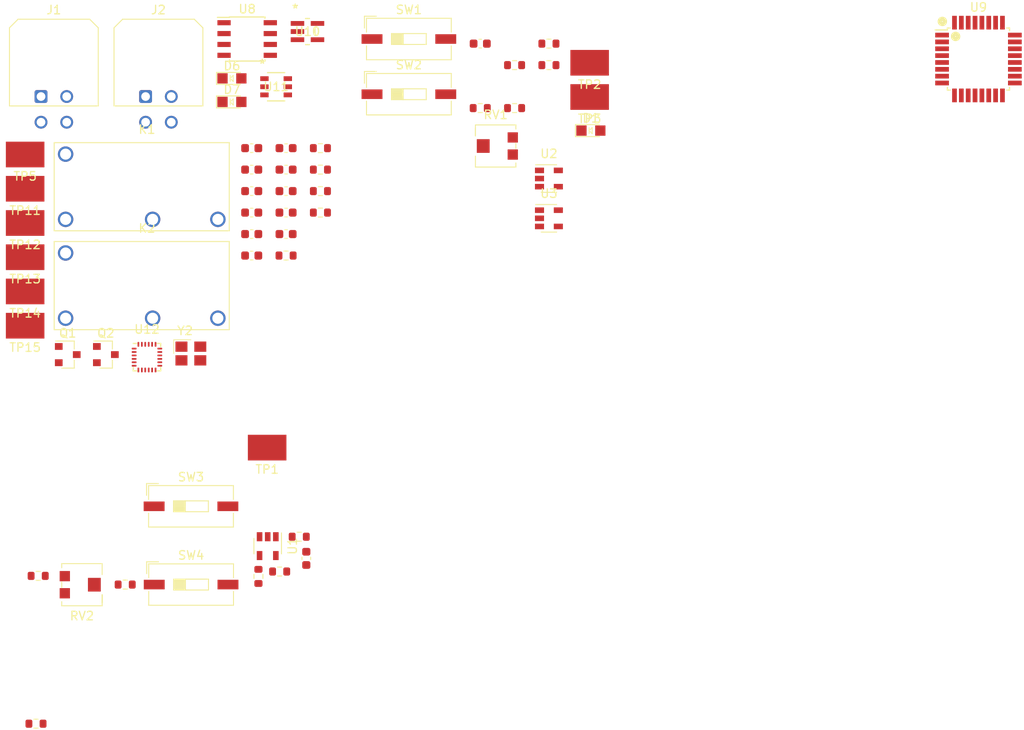
<source format=kicad_pcb>
(kicad_pcb (version 20221018) (generator pcbnew)
  (layers (0 "F.Cu" signal) (31 "B.Cu" signal) (34 "B.Paste" user) (35 "F.Paste" user) (36 "B.SilkS" user "B.Silkscreen") (37 "F.SilkS" user "F.Silkscreen") (38 "B.Mask" user) (39 "F.Mask" user) (44 "Edge.Cuts" user))
  (net 0 "")
  (net 1 "Net-(U3-+)")
  (net 2 "GND")
  (net 3 "Net-(U3--)")
  (net 4 "Net-(U9-(PCINT25{slash}OC0B{slash}XTAL1)PE1)")
  (net 5 "Net-(U9-(PCINT26{slash}ADC0{slash}XTAL2)PE2)")
  (net 6 "/+5V")
  (net 7 "Net-(U9-AVCC)")
  (net 8 "/VCC")
  (net 9 "/1.9V")
  (net 10 "/TempRelayOut")
  (net 11 "Net-(D1-A)")
  (net 12 "Net-(D6-K)")
  (net 13 "Net-(D7-K)")
  (net 14 "/CAN+")
  (net 15 "/CAN-")
  (net 16 "/SHDN_IN")
  (net 17 "/SHDN_OUT")
  (net 18 "/A")
  (net 19 "/B")
  (net 20 "Net-(K1-Pad3)")
  (net 21 "/A_SHDN")
  (net 22 "/T_SHDN")
  (net 23 "/analog1/+5V")
  (net 24 "Net-(R1-Pad2)")
  (net 25 "Net-(R2-Pad2)")
  (net 26 "Net-(R3-Pad1)")
  (net 27 "Net-(R3-Pad2)")
  (net 28 "Net-(R4-Pad1)")
  (net 29 "Net-(R4-Pad2)")
  (net 30 "Net-(U1--)")
  (net 31 "Net-(U2--)")
  (net 32 "Net-(R7-Pad2)")
  (net 33 "Net-(R10-Pad1)")
  (net 34 "/analog1/A_Output")
  (net 35 "/RESET")
  (net 36 "/analog1/A")
  (net 37 "Net-(U2-+)")
  (net 38 "/analog1/B")
  (net 39 "Net-(U1-+)")
  (net 40 "/MOSI")
  (net 41 "/MISO")
  (net 42 "/CAN_RX")
  (net 43 "/CAN_TX")
  (net 46 "/CS_IMU")
  (net 47 "/CS_Temp")
  (net 52 "/INT")
  (net 59 "/A_Output")
  (net 60 "/SCK")
  (footprint "OEM:R_0603" (layer "F.Cu") (at 76.896 109.49)
    (fp_text reference "R6" hide)
    (fp_text value "R_1K" hide)
    (pad "1" smd roundrect (at -0.825 0) (size 0.8 0.95) (layers "F.Cu" "F.Paste" "F.Mask") (net 2 "GND"))
    (pad "2" smd roundrect (at 0.825 0) (size 0.8 0.95) (layers "F.Cu" "F.Paste" "F.Mask") (net 31 "Net-(U2--)"))
  )
  (footprint "footprints:LED_0805_OEM" (layer "F.Cu") (at 43.896 113.79)
    (fp_text reference "D7" (at 0 -1.45) (layer "F.SilkS"))
    (fp_text value "LED_0805" hide)
    (pad "1" smd rect (at -1.1 0 180) (size 1.2 1.2) (layers "F.Cu" "F.Paste" "F.Mask") (net 13 "Net-(D7-K)"))
    (pad "2" smd rect (at 1.1 0 180) (size 1.2 1.2) (layers "F.Cu" "F.Paste" "F.Mask") (net 9 "/1.9V"))
  )
  (footprint "footprints:SOT-23F" (layer "F.Cu") (at 29.176 143.31)
    (fp_text reference "Q2" (at 0 -2.5) (layer "F.SilkS"))
    (fp_text value "SSM3K333R" hide)
    (pad "1" smd rect (at -1.05 -0.95) (size 0.9 0.8) (layers "F.Cu" "F.Paste" "F.Mask") (net 22 "/T_SHDN"))
    (pad "2" smd rect (at -1.05 0.95) (size 0.9 0.8) (layers "F.Cu" "F.Paste" "F.Mask") (net 2 "GND"))
    (pad "3" smd rect (at 1.05 0) (size 0.9 0.8) (layers "F.Cu" "F.Paste" "F.Mask") (net 6 "/+5V"))
  )
  (footprint "OEM:R_0603" (layer "F.Cu") (at 54.226 126.72)
    (fp_text reference "R22" hide)
    (fp_text value "R_1K" hide)
    (pad "1" smd roundrect (at -0.825 0) (size 0.8 0.95) (layers "F.Cu" "F.Paste" "F.Mask") (net 13 "Net-(D7-K)"))
    (pad "2" smd roundrect (at 0.825 0) (size 0.8 0.95) (layers "F.Cu" "F.Paste" "F.Mask") (net 2 "GND"))
  )
  (footprint "OEM:R_0603" (layer "F.Cu") (at 72.886 114.51)
    (fp_text reference "R3" hide)
    (fp_text value "R_1K" hide)
    (pad "1" smd roundrect (at -0.825 0) (size 0.8 0.95) (layers "F.Cu" "F.Paste" "F.Mask") (net 26 "Net-(R3-Pad1)"))
    (pad "2" smd roundrect (at 0.825 0) (size 0.8 0.95) (layers "F.Cu" "F.Paste" "F.Mask") (net 27 "Net-(R3-Pad2)"))
  )
  (footprint "OEM:R_0603" (layer "F.Cu") (at 80.906 106.98)
    (fp_text reference "R10" hide)
    (fp_text value "R_15K" hide)
    (pad "1" smd roundrect (at -0.825 0) (size 0.8 0.95) (layers "F.Cu" "F.Paste" "F.Mask") (net 33 "Net-(R10-Pad1)"))
    (pad "2" smd roundrect (at 0.825 0) (size 0.8 0.95) (layers "F.Cu" "F.Paste" "F.Mask") (net 3 "Net-(U3--)"))
  )
  (footprint "OEM:C_0603" (layer "F.Cu") (at 50.216 121.7)
    (fp_text reference "C20" hide)
    (fp_text value "C_0.1uF" hide)
    (pad "1" smd roundrect (at -0.775 0) (size 0.9 0.95) (layers "F.Cu" "F.Paste" "F.Mask") (net 2 "GND"))
    (pad "2" smd roundrect (at 0.775 0) (size 0.9 0.95) (layers "F.Cu" "F.Paste" "F.Mask") (net 9 "/1.9V"))
  )
  (footprint "footprints:SOT-23-5_OEM" (layer "F.Cu") (at 48.072 165.692 -90)
    (fp_text reference "U1" (at 0 -2.9 90) (layer "F.SilkS"))
    (fp_text value "MCP6001" hide)
    (pad "1" smd rect (at -1.1 -0.95 270) (size 1.06 0.65) (layers "F.Cu" "F.Paste" "F.Mask") (net 32 "Net-(R7-Pad2)"))
    (pad "2" smd rect (at -1.1 0 270) (size 1.06 0.65) (layers "F.Cu" "F.Paste" "F.Mask") (net 2 "GND"))
    (pad "3" smd rect (at -1.1 0.95 270) (size 1.06 0.65) (layers "F.Cu" "F.Paste" "F.Mask") (net 39 "Net-(U1-+)"))
    (pad "4" smd rect (at 1.1 0.95 270) (size 1.06 0.65) (layers "F.Cu" "F.Paste" "F.Mask") (net 30 "Net-(U1--)"))
    (pad "5" smd rect (at 1.1 -0.95 270) (size 1.06 0.65) (layers "F.Cu" "F.Paste" "F.Mask") (net 23 "/analog1/+5V"))
  )
  (footprint "footprints:Potentiometer_Trimmer_Bourns_TCC3" (layer "F.Cu") (at 74.686 118.94)
    (fp_text reference "RV1" (at 0 -3.65) (layer "F.SilkS"))
    (fp_text value "R_Potentiometer")
    (pad "1" smd rect (at 2 1) (size 1.2 1.2) (layers "F.Cu" "F.Mask") (net 24 "Net-(R1-Pad2)"))
    (pad "2" smd rect (at -1.45 0) (size 1.5 1.6) (layers "F.Cu" "F.Mask") (net 26 "Net-(R3-Pad1)"))
    (pad "3" smd rect (at 2 -1) (size 1.2 1.2) (layers "F.Cu" "F.Mask") (net 2 "GND"))
  )
  (footprint "footprints:Test_Point_SMD" (layer "F.Cu") (at 85.661 109.215)
    (fp_text reference "TP2" (at 0 2.54) (layer "F.SilkS"))
    (fp_text value "TP_SMD")
    (pad "1" smd rect (at 0 0) (size 4.5 3) (layers "F.Cu" "F.Paste" "F.Mask") (net 37 "Net-(U2-+)"))
  )
  (footprint "OEM:R_0603" (layer "F.Cu") (at 21.273 169.164)
    (fp_text reference "R2" hide)
    (fp_text value "R_1K" hide)
    (pad "1" smd roundrect (at -0.825 0) (size 0.8 0.95) (layers "F.Cu" "F.Paste" "F.Mask") (net 23 "/analog1/+5V"))
    (pad "2" smd roundrect (at 0.825 0) (size 0.8 0.95) (layers "F.Cu" "F.Paste" "F.Mask") (net 25 "Net-(R2-Pad2)"))
  )
  (footprint "OEM:R_0603" (layer "F.Cu") (at 49.467 168.656)
    (fp_text reference "R7" hide)
    (fp_text value "R_1K" hide)
    (pad "1" smd roundrect (at -0.825 0) (size 0.8 0.95) (layers "F.Cu" "F.Paste" "F.Mask") (net 30 "Net-(U1--)"))
    (pad "2" smd roundrect (at 0.825 0) (size 0.8 0.95) (layers "F.Cu" "F.Paste" "F.Mask") (net 32 "Net-(R7-Pad2)"))
  )
  (footprint "footprints:SOT-23-5_OEM" (layer "F.Cu") (at 80.906 122.74)
    (fp_text reference "U2" (at 0 -2.9) (layer "F.SilkS"))
    (fp_text value "MCP6001" hide)
    (pad "1" smd rect (at -1.1 -0.95) (size 1.06 0.65) (layers "F.Cu" "F.Paste" "F.Mask") (net 33 "Net-(R10-Pad1)"))
    (pad "2" smd rect (at -1.1 0) (size 1.06 0.65) (layers "F.Cu" "F.Paste" "F.Mask") (net 2 "GND"))
    (pad "3" smd rect (at -1.1 0.95) (size 1.06 0.65) (layers "F.Cu" "F.Paste" "F.Mask") (net 37 "Net-(U2-+)"))
    (pad "4" smd rect (at 1.1 0.95) (size 1.06 0.65) (layers "F.Cu" "F.Paste" "F.Mask") (net 31 "Net-(U2--)"))
    (pad "5" smd rect (at 1.1 -0.95) (size 1.06 0.65) (layers "F.Cu" "F.Paste" "F.Mask") (net 23 "/analog1/+5V"))
  )
  (footprint "Button_Switch_SMD:SW_DIP_SPSTx01_Slide_9.78x4.72mm_W8.61mm_P2.54mm" (layer "F.Cu") (at 64.556 112.89)
    (fp_text reference "SW2" (at 0 -3.42) (layer "F.SilkS"))
    (fp_text value "SW_DIP_x01")
    (pad "1" smd rect (at -4.305 0) (size 2.44 1.12) (layers "F.Cu" "F.Paste" "F.Mask") (net 27 "Net-(R3-Pad2)"))
    (pad "2" smd rect (at 4.305 0) (size 2.44 1.12) (layers "F.Cu" "F.Paste" "F.Mask") (net 37 "Net-(U2-+)"))
  )
  (footprint "footprints:SOT-23F" (layer "F.Cu") (at 24.726 143.31)
    (fp_text reference "Q1" (at 0 -2.5) (layer "F.SilkS"))
    (fp_text value "SSM3K333R" hide)
    (pad "1" smd rect (at -1.05 -0.95) (size 0.9 0.8) (layers "F.Cu" "F.Paste" "F.Mask") (net 21 "/A_SHDN"))
    (pad "2" smd rect (at -1.05 0.95) (size 0.9 0.8) (layers "F.Cu" "F.Paste" "F.Mask") (net 2 "GND"))
    (pad "3" smd rect (at 1.05 0) (size 0.9 0.8) (layers "F.Cu" "F.Paste" "F.Mask") (net 6 "/+5V"))
  )
  (footprint "footprints:Test_Point_SMD" (layer "F.Cu") (at 19.751 135.935)
    (fp_text reference "TP14" (at 0 2.54) (layer "F.SilkS"))
    (fp_text value "TP_SMD")
    (pad "1" smd rect (at 0 0) (size 4.5 3) (layers "F.Cu" "F.Paste" "F.Mask") (net 22 "/T_SHDN"))
  )
  (footprint "footprints:Relay_SPST_OMRON-G5Q-1A4_OEM" (layer "F.Cu") (at 24.476 127.51)
    (fp_text reference "K1" (at 9.5 -10.5 180) (layer "F.SilkS"))
    (fp_text value "G5Q-1A4-DC5-5V" hide)
    (pad "1" thru_hole circle (at 0 0 180) (size 1.8 1.8) (drill 1.3) (layers "*.Cu" "*.Mask") (net 6 "/+5V"))
    (pad "2" thru_hole circle (at 10.16 0 180) (size 1.8 1.8) (drill 1.3) (layers "*.Cu" "*.Mask") (net 16 "/SHDN_IN"))
    (pad "3" thru_hole circle (at 17.78 0 180) (size 1.8 1.8) (drill 1.3) (layers "*.Cu" "*.Mask") (net 20 "Net-(K1-Pad3)"))
    (pad "5" thru_hole circle (at 0 -7.62 180) (size 1.8 1.8) (drill 1.3) (layers "*.Cu" "*.Mask") (net 6 "/+5V"))
  )
  (footprint "OEM:C_0603" (layer "F.Cu") (at 50.216 126.72)
    (fp_text reference "C22" hide)
    (fp_text value "C_0.1uF" hide)
    (pad "1" smd roundrect (at -0.775 0) (size 0.9 0.95) (layers "F.Cu" "F.Paste" "F.Mask") (net 2 "GND"))
    (pad "2" smd roundrect (at 0.775 0) (size 0.9 0.95) (layers "F.Cu" "F.Paste" "F.Mask") (net 10 "/TempRelayOut"))
  )
  (footprint "footprints:Test_Point_SMD" (layer "F.Cu") (at 19.751 127.935)
    (fp_text reference "TP12" (at 0 2.54) (layer "F.SilkS"))
    (fp_text value "TP_SMD")
    (pad "1" smd rect (at 0 0) (size 4.5 3) (layers "F.Cu" "F.Paste" "F.Mask") (net 8 "/VCC"))
  )
  (footprint "OEM:C_0603" (layer "F.Cu") (at 46.206 131.74)
    (fp_text reference "C18" hide)
    (fp_text value "C_0.1uF" hide)
    (pad "1" smd roundrect (at -0.775 0) (size 0.9 0.95) (layers "F.Cu" "F.Paste" "F.Mask") (net 2 "GND"))
    (pad "2" smd roundrect (at 0.775 0) (size 0.9 0.95) (layers "F.Cu" "F.Paste" "F.Mask") (net 8 "/VCC"))
  )
  (footprint "footprints:Test_Point_SMD" (layer "F.Cu") (at 19.751 123.935)
    (fp_text reference "TP11" (at 0 2.54) (layer "F.SilkS"))
    (fp_text value "TP_SMD")
    (pad "1" smd rect (at 0 0) (size 4.5 3) (layers "F.Cu" "F.Paste" "F.Mask") (net 41 "/MISO"))
  )
  (footprint "footprints:LED_0805_OEM" (layer "F.Cu") (at 85.806 117.14)
    (fp_text reference "D1" (at 0 -1.45) (layer "F.SilkS"))
    (fp_text value "1.9V" hide)
    (pad "1" smd rect (at -1.1 0 180) (size 1.2 1.2) (layers "F.Cu" "F.Paste" "F.Mask") (net 2 "GND"))
    (pad "2" smd rect (at 1.1 0 180) (size 1.2 1.2) (layers "F.Cu" "F.Paste" "F.Mask") (net 11 "Net-(D1-A)"))
  )
  (footprint "OEM:R_0603" (layer "F.Cu") (at 54.226 124.21)
    (fp_text reference "R21" hide)
    (fp_text value "R_1K" hide)
    (pad "1" smd roundrect (at -0.825 0) (size 0.8 0.95) (layers "F.Cu" "F.Paste" "F.Mask") (net 12 "Net-(D6-K)"))
    (pad "2" smd roundrect (at 0.825 0) (size 0.8 0.95) (layers "F.Cu" "F.Paste" "F.Mask") (net 2 "GND"))
  )
  (footprint "OEM:C_0603" (layer "F.Cu") (at 50.216 119.19)
    (fp_text reference "C19" hide)
    (fp_text value "C_0.1uF" hide)
    (pad "1" smd roundrect (at -0.775 0) (size 0.9 0.95) (layers "F.Cu" "F.Paste" "F.Mask") (net 2 "GND"))
    (pad "2" smd roundrect (at 0.775 0) (size 0.9 0.95) (layers "F.Cu" "F.Paste" "F.Mask") (net 9 "/1.9V"))
  )
  (footprint "footprints:Test_Point_SMD" (layer "F.Cu") (at 48.006 154.178)
    (fp_text reference "TP1" (at 0 2.54) (layer "F.SilkS"))
    (fp_text value "TP_SMD")
    (pad "1" smd rect (at 0 0) (size 4.5 3) (layers "F.Cu" "F.Paste" "F.Mask") (net 39 "Net-(U1-+)"))
  )
  (footprint "footprints:TLV70019DDCR" (layer "F.Cu") (at 52.717 105.5692)
    (fp_text reference "U10" (at 0 0 unlocked) (layer "F.SilkS"))
    (fp_text value "TLV70019DDCR")
    (fp_text user "*" (at -1.4224 -2.6518) (layer "F.SilkS"))
    (fp_text user "*" (at -1.4224 -2.6518 unlocked) (layer "F.SilkS"))
    (pad "1" smd rect (at -1.1684 -0.950001) (size 1.5748 0.5588) (layers "F.Cu" "F.Paste" "F.Mask") (net 8 "/VCC"))
    (pad "2" smd rect (at -1.1684 0) (size 1.5748 0.5588) (layers "F.Cu" "F.Paste" "F.Mask") (net 2 "GND"))
    (pad "3" smd rect (at -1.1684 0.950001) (size 1.5748 0.5588) (layers "F.Cu" "F.Paste" "F.Mask") (net 8 "/VCC"))
    (pad "4" smd rect (at 1.1684 0.950001) (size 1.5748 0.5588) (layers "F.Cu" "F.Paste" "F.Mask"))
    (pad "5" smd rect (at 1.1684 -0.950001) (size 1.5748 0.5588) (layers "F.Cu" "F.Paste" "F.Mask") (net 9 "/1.9V"))
  )
  (footprint "footprints:Potentiometer_Trimmer_Bourns_TCC3" (layer "F.Cu") (at 26.384 170.196 180)
    (fp_text reference "RV2" (at 0 -3.65) (layer "F.SilkS"))
    (fp_text value "R_Potentiometer")
    (pad "1" smd rect (at 2 1 180) (size 1.2 1.2) (layers "F.Cu" "F.Mask") (net 25 "Net-(R2-Pad2)"))
    (pad "2" smd rect (at -1.45 0 180) (size 1.5 1.6) (layers "F.Cu" "F.Mask") (net 28 "Net-(R4-Pad1)"))
    (pad "3" smd rect (at 2 -1 180) (size 1.2 1.2) (layers "F.Cu" "F.Mask") (net 2 "GND"))
  )
  (footprint "OEM:R_0603" (layer "F.Cu") (at 46.99 169.227 90)
    (fp_text reference "R5" hide)
    (fp_text value "R_1K" hide)
    (pad "1" smd roundrect (at -0.825 0 90) (size 0.8 0.95) (layers "F.Cu" "F.Paste" "F.Mask") (net 2 "GND"))
    (pad "2" smd roundrect (at 0.825 0 90) (size 0.8 0.95) (layers "F.Cu" "F.Paste" "F.Mask") (net 30 "Net-(U1--)"))
  )
  (footprint "OEM:C_0603" (layer "F.Cu") (at 72.886 106.98)
    (fp_text reference "C2" hide)
    (fp_text value "C_1uF" hide)
    (pad "1" smd roundrect (at -0.775 0) (size 0.9 0.95) (layers "F.Cu" "F.Paste" "F.Mask") (net 3 "Net-(U3--)"))
    (pad "2" smd roundrect (at 0.775 0) (size 0.9 0.95) (layers "F.Cu" "F.Paste" "F.Mask") (net 2 "GND"))
  )
  (footprint "OEM:R_0603" (layer "F.Cu") (at 54.226 121.7)
    (fp_text reference "R20" hide)
    (fp_text value "R_100" hide)
    (pad "1" smd roundrect (at -0.825 0) (size 0.8 0.95) (layers "F.Cu" "F.Paste" "F.Mask") (net 8 "/VCC"))
    (pad "2" smd roundrect (at 0.825 0) (size 0.8 0.95) (layers "F.Cu" "F.Paste" "F.Mask") (net 7 "Net-(U9-AVCC)"))
  )
  (footprint "OEM:R_0603" (layer "F.Cu") (at 50.216 131.74)
    (fp_text reference "R18" hide)
    (fp_text value "R_10K" hide)
    (pad "1" smd roundrect (at -0.825 0) (size 0.8 0.95) (layers "F.Cu" "F.Paste" "F.Mask") (net 6 "/+5V"))
    (pad "2" smd roundrect (at 0.825 0) (size 0.8 0.95) (layers "F.Cu" "F.Paste" "F.Mask") (net 35 "/RESET"))
  )
  (footprint "footprints:LED_0805_OEM" (layer "F.Cu") (at 43.896 111.04)
    (fp_text reference "D6" (at 0 -1.45) (layer "F.SilkS"))
    (fp_text value "LED_0805" hide)
    (pad "1" smd rect (at -1.1 0 180) (size 1.2 1.2) (layers "F.Cu" "F.Paste" "F.Mask") (net 12 "Net-(D6-K)"))
    (pad "2" smd rect (at 1.1 0 180) (size 1.2 1.2) (layers "F.Cu" "F.Paste" "F.Mask") (net 6 "/+5V"))
  )
  (footprint "footprints:MicroFit_RA_4" (layer "F.Cu") (at 33.816 113.16)
    (fp_text reference "J2" (at 1.5 -10.12) (layer "F.SilkS"))
    (fp_text value "MicroFit_RA_4")
    (pad "" np_thru_hole circle (at 1.5 -4.32) (size 3 3) (drill 3) (layers "*.Cu" "*.Mask"))
    (pad "1" thru_hole roundrect (at 0 0) (size 1.5 1.5) (drill 1.02) (layers "*.Cu" "*.Mask") (roundrect_rratio 0.166667) (net 16 "/SHDN_IN"))
    (pad "2" thru_hole circle (at 3 0) (size 1.5 1.5) (drill 1.02) (layers "*.Cu" "*.Mask") (net 17 "/SHDN_OUT"))
    (pad "3" thru_hole circle (at 0 3) (size 1.5 1.5) (drill 1.02) (layers "*.Cu" "*.Mask") (net 18 "/A"))
    (pad "4" thru_hole circle (at 3 3) (size 1.5 1.5) (drill 1.02) (layers "*.Cu" "*.Mask") (net 19 "/B"))
  )
  (footprint "OEM:C_0603" (layer "F.Cu") (at 46.206 119.19)
    (fp_text reference "C13" hide)
    (fp_text value "C_30pF" hide)
    (pad "1" smd roundrect (at -0.775 0) (size 0.9 0.95) (layers "F.Cu" "F.Paste" "F.Mask") (net 4 "Net-(U9-(PCINT25{slash}OC0B{slash}XTAL1)PE1)"))
    (pad "2" smd roundrect (at 0.775 0) (size 0.9 0.95) (layers "F.Cu" "F.Paste" "F.Mask") (net 2 "GND"))
  )
  (footprint "footprints:Test_Point_SMD" (layer "F.Cu") (at 19.751 131.935)
    (fp_text reference "TP13" (at 0 2.54) (layer "F.SilkS"))
    (fp_text value "TP_SMD")
    (pad "1" smd rect (at 0 0) (size 4.5 3) (layers "F.Cu" "F.Paste" "F.Mask") (net 21 "/A_SHDN"))
  )
  (footprint "OEM:R_0603" (layer "F.Cu") (at 21.019 186.436)
    (fp_text reference "R1" hide)
    (fp_text value "R_1K" hide)
    (pad "1" smd roundrect (at -0.825 0) (size 0.8 0.95) (layers "F.Cu" "F.Paste" "F.Mask") (net 23 "/analog1/+5V"))
    (pad "2" smd roundrect (at 0.825 0) (size 0.8 0.95) (layers "F.Cu" "F.Paste" "F.Mask") (net 24 "Net-(R1-Pad2)"))
  )
  (footprint "OEM:C_0603" (layer "F.Cu") (at 50.216 124.21)
    (fp_text reference "C21" hide)
    (fp_text value "C_0.1uF" hide)
    (pad "1" smd roundrect (at -0.775 0) (size 0.9 0.95) (layers "F.Cu" "F.Paste" "F.Mask") (net 2 "GND"))
    (pad "2" smd roundrect (at 0.775 0) (size 0.9 0.95) (layers "F.Cu" "F.Paste" "F.Mask") (net 9 "/1.9V"))
  )
  (footprint "Button_Switch_SMD:SW_DIP_SPSTx01_Slide_9.78x4.72mm_W8.61mm_P2.54mm" (layer "F.Cu") (at 64.556 106.44)
    (fp_text reference "SW1" (at 0 -3.42) (layer "F.SilkS"))
    (fp_text value "SW_DIP_x01")
    (pad "1" smd rect (at -4.305 0) (size 2.44 1.12) (layers "F.Cu" "F.Paste" "F.Mask") (net 36 "/analog1/A"))
    (pad "2" smd rect (at 4.305 0) (size 2.44 1.12) (layers "F.Cu" "F.Paste" "F.Mask") (net 37 "Net-(U2-+)"))
  )
  (footprint "footprints:SOT-23-5_OEM" (layer "F.Cu") (at 80.906 127.39)
    (fp_text reference "U3" (at 0 -2.9) (layer "F.SilkS"))
    (fp_text value "MCP6001" hide)
    (pad "1" smd rect (at -1.1 -0.95) (size 1.06 0.65) (layers "F.Cu" "F.Paste" "F.Mask") (net 34 "/analog1/A_Output"))
    (pad "2" smd rect (at -1.1 0) (size 1.06 0.65) (layers "F.Cu" "F.Paste" "F.Mask") (net 2 "GND"))
    (pad "3" smd rect (at -1.1 0.95) (size 1.06 0.65) (layers "F.Cu" "F.Paste" "F.Mask") (net 1 "Net-(U3-+)"))
    (pad "4" smd rect (at 1.1 0.95) (size 1.06 0.65) (layers "F.Cu" "F.Paste" "F.Mask") (net 3 "Net-(U3--)"))
    (pad "5" smd rect (at 1.1 -0.95) (size 1.06 0.65) (layers "F.Cu" "F.Paste" "F.Mask") (net 23 "/analog1/+5V"))
  )
  (footprint "footprints:Crystal_SMD_FA238" (layer "F.Cu") (at 39.101 143.185)
    (fp_text reference "Y2" (at -0.67564 -2.66192) (layer "F.SilkS"))
    (fp_text value "Crystal_SMD" hide)
    (pad "1" smd rect (at -1.1 0.8) (size 1.4 1.2) (layers "F.Cu" "F.Mask") (net 5 "Net-(U9-(PCINT26{slash}ADC0{slash}XTAL2)PE2)"))
    (pad "2" smd rect (at 1.1 0.8) (size 1.4 1.2) (layers "F.Cu" "F.Mask") (net 2 "GND"))
    (pad "3" smd rect (at 1.1 -0.8) (size 1.4 1.2) (layers "F.Cu" "F.Mask") (net 4 "Net-(U9-(PCINT25{slash}OC0B{slash}XTAL1)PE1)"))
    (pad "4" smd rect (at -1.1 -0.8) (size 1.4 1.2) (layers "F.Cu" "F.Mask") (net 2 "GND"))
  )
  (footprint "footprints:SOIC-8_3.9x4.9mm_Pitch1.27mm_OEM" (layer "F.Cu") (at 45.676 106.44)
    (fp_text reference "U8" (at 0 -3.5) (layer "F.SilkS"))
    (fp_text value "MCP2561-E_SN" hide)
    (pad "1" smd rect (at -2.7 -1.905) (size 1.55 0.6) (layers "F.Cu" "F.Paste" "F.Mask") (net 42 "/CAN_RX"))
    (pad "2" smd rect (at -2.7 -0.635) (size 1.55 0.6) (layers "F.Cu" "F.Paste" "F.Mask") (net 2 "GND"))
    (pad "3" smd rect (at -2.7 0.635) (size 1.55 0.6) (layers "F.Cu" "F.Paste" "F.Mask") (net 6 "/+5V"))
    (pad "4" smd rect (at -2.7 1.905) (size 1.55 0.6) (layers "F.Cu" "F.Paste" "F.Mask") (net 43 "/CAN_TX"))
    (pad "5" smd rect (at 2.7 1.905) (size 1.55 0.6) (layers "F.Cu" "F.Paste" "F.Mask"))
    (pad "6" smd rect (at 2.7 0.635) (size 1.55 0.6) (layers "F.Cu" "F.Paste" "F.Mask") (net 15 "/CAN-"))
    (pad "7" smd rect (at 2.7 -0.635) (size 1.55 0.6) (layers "F.Cu" "F.Paste" "F.Mask") (net 14 "/CAN+"))
    (pad "8" smd rect (at 2.7 -1.905) (size 1.55 0.6) (layers "F.Cu" "F.Paste" "F.Mask") (net 2 "GND"))
  )
  (footprint "OEM:C_0603" (layer "F.Cu") (at 52.578 167.119 -90)
    (fp_text reference "C1" hide)
    (fp_text value "C_1uF" hide)
    (pad "1" smd roundrect (at -0.775 0 270) (size 0.9 0.95) (layers "F.Cu" "F.Paste" "F.Mask") (net 1 "Net-(U3-+)"))
    (pad "2" smd roundrect (at 0.775 0 270) (size 0.9 0.95) (layers "F.Cu" "F.Paste" "F.Mask") (net 2 "GND"))
  )
  (footprint "OEM:R_0603" (layer "F.Cu") (at 51.753 164.592)
    (fp_text reference "R9" hide)
    (fp_text value "R_15K" hide)
    (pad "1" smd roundrect (at -0.825 0) (size 0.8 0.95) (layers "F.Cu" "F.Paste" "F.Mask") (net 32 "Net-(R7-Pad2)"))
    (pad "2" smd roundrect (at 0.825 0) (size 0.8 0.95) (layers "F.Cu" "F.Paste" "F.Mask") (net 1 "Net-(U3-+)"))
  )
  (footprint "footprints:TMP127EDBVRQ1" (layer "F.Cu") (at 49.0554 112.0192)
    (fp_text reference "U11" (at 0 0 unlocked) (layer "F.SilkS"))
    (fp_text value "TMP127EDBVRQ1")
    (fp_text user "*" (at -1.61925 -2.6518) (layer "F.SilkS"))
    (fp_text user "*" (at -1.61925 -2.6518 unlocked) (layer "F.SilkS"))
    (pad "1" smd rect (at -1.36525 -0.950001) (size 0.9779 0.5588) (layers "F.Cu" "F.Paste" "F.Mask") (net 47 "/CS_Temp"))
    (pad "2" smd rect (at -1.36525 0) (size 0.9779 0.5588) (layers "F.Cu" "F.Paste" "F.Mask") (net 2 "GND"))
    (pad "3" smd rect (at -1.36525 0.950001) (size 0.9779 0.5588) (layers "F.Cu" "F.Paste" "F.Mask") (net 41 "/MISO"))
    (pad "4" smd rect (at 1.36525 0.950001) (size 0.9779 0.5588) (layers "F.Cu" "F.Paste" "F.Mask") (net 60 "/SCK"))
    (pad "5" smd rect (at 1.36525 0) (size 0.9779 0.5588) (layers "F.Cu" "F.Paste" "F.Mask"))
    (pad "6" smd rect (at 1.36525 -0.950001) (size 0.9779 0.5588) (layers "F.Cu" "F.Paste" "F.Mask") (net 10 "/TempRelayOut"))
  )
  (footprint "OEM:C_0603" (layer "F.Cu") (at 46.206 129.23)
    (fp_text reference "C17" hide)
    (fp_text value "C_0.1uF" hide)
    (pad "1" smd roundrect (at -0.775 0) (size 0.9 0.95) (layers "F.Cu" "F.Paste" "F.Mask") (net 8 "/VCC"))
    (pad "2" smd roundrect (at 0.775 0) (size 0.9 0.95) (layers "F.Cu" "F.Paste" "F.Mask") (net 2 "GND"))
  )
  (footprint "OEM:C_0603" (layer "F.Cu") (at 50.216 129.23)
    (fp_text reference "C23" hide)
    (fp_text value "C_0.1uF" hide)
    (pad "1" smd roundrect (at -0.775 0) (size 0.9 0.95) (layers "F.Cu" "F.Paste" "F.Mask") (net 2 "GND"))
    (pad "2" smd roundrect (at 0.775 0) (size 0.9 0.95) (layers "F.Cu" "F.Paste" "F.Mask") (net 9 "/1.9V"))
  )
  (footprint "OEM:C_0603" (layer "F.Cu") (at 46.206 124.21)
    (fp_text reference "C15" hide)
    (fp_text value "C_0.1uF" hide)
    (pad "1" smd roundrect (at -0.775 0) (size 0.9 0.95) (layers "F.Cu" "F.Paste" "F.Mask") (net 6 "/+5V"))
    (pad "2" smd roundrect (at 0.775 0) (size 0.9 0.95) (layers "F.Cu" "F.Paste" "F.Mask") (net 2 "GND"))
  )
  (footprint "footprints:Relay_SPST_OMRON-G5Q-1A4_OEM" (layer "F.Cu") (at 24.476 139.06)
    (fp_text reference "K2" (at 9.5 -10.5 180) (layer "F.SilkS"))
    (fp_text value "G5Q-1A4-DC5-5V" hide)
    (pad "1" thru_hole circle (at 0 0 180) (size 1.8 1.8) (drill 1.3) (layers "*.Cu" "*.Mask") (net 6 "/+5V"))
    (pad "2" thru_hole circle (at 10.16 0 180) (size 1.8 1.8) (drill 1.3) (layers "*.Cu" "*.Mask") (net 20 "Net-(K1-Pad3)"))
    (pad "3" thru_hole circle (at 17.78 0 180) (size 1.8 1.8) (drill 1.3) (layers "*.Cu" "*.Mask") (net 17 "/SHDN_OUT"))
    (pad "5" thru_hole circle (at 0 -7.62 180) (size 1.8 1.8) (drill 1.3) (layers "*.Cu" "*.Mask") (net 6 "/+5V"))
  )
  (footprint "Sensor_Motion:InvenSense_QFN-24_3x3mm_P0.4mm" (layer "F.Cu") (at 33.976 143.61)
    (fp_text reference "U12" (at 0 -3.25) (layer "F.SilkS"))
    (fp_text value "ICM-20948")
    (pad "1" smd roundrect (at -1.5 -1) (size 0.55 0.2) (layers "F.Cu" "F.Paste" "F.Mask"))
    (pad "2" smd roundrect (at -1.5 -0.6) (size 0.55 0.2) (layers "F.Cu" "F.Paste" "F.Mask"))
    (pad "3" smd roundrect (at -1.5 -0.2) (size 0.55 0.2) (layers "F.Cu" "F.Paste" "F.Mask"))
    (pad "4" smd roundrect (at -1.5 0.2) (size 0.55 0.2) (layers "F.Cu" "F.Paste" "F.Mask"))
    (pad "5" smd roundrect (at -1.5 0.6) (size 0.55 0.2) (layers "F.Cu" "F.Paste" "F.Mask"))
    (pad "6" smd roundrect (at -1.5 1) (size 0.55 0.2) (layers "F.Cu" "F.Paste" "F.Mask"))
    (pad "7" smd roundrect (at -1 1.5 90) (size 0.55 0.2) (layers "F.Cu" "F.Paste" "F.Mask"))
    (pad "8" smd roundrect (at -0.6 1.5 90) (size 0.55 0.2) (layers "F.Cu" "F.Paste" "F.Mask") (net 9 "/1.9V"))
    (pad "9" smd roundrect (at -0.2 1.5 90) (size 0.55 0.2) (layers "F.Cu" "F.Paste" "F.Mask") (net 41 "/MISO"))
    (pad "10" smd roundrect (at 0.2 1.5 90) (size 0.55 0.2) (layers "F.Cu" "F.Paste" "F.Mask") (net 9 "/1.9V"))
    (pad "11" smd roundrect (at 0.6 1.5 90) (size 0.55 0.2) (layers "F.Cu" "F.Paste" "F.Mask") (net 2 "GND"))
    (pad "12" smd roundrect (at 1 1.5 90) (size 0.55 0.2) (layers "F.Cu" "F.Paste" "F.Mask") (net 52 "/INT"))
    (pad "13" smd roundrect (at 1.5 1) (size 0.55 0.2) (layers "F.Cu" "F.Paste" "F.Mask") (net 9 "/1.9V"))
    (pad "14" smd roundrect (at 1.5 0.6) (size 0.55 0.2) (layers "F.Cu" "F.Paste" "F.Mask"))
    (pad "15" smd roundrect (at 1.5 0.2) (size 0.55 0.2) (layers "F.Cu" "F.Paste" "F.Mask"))
    (pad "16" smd roundrect (at 1.5 -0.2) (size 0.55 0.2) (layers "F.Cu" "F.Paste" "F.Mask"))
    (pad "17" smd roundrect (at 1.5 -0.6) (size 0.55 0.2) (layers "F.Cu" "F.Paste" "F.Mask"))
    (pad "18" smd roundrect (at 1.5 -1) (size 0.55 0.2) (layers "F.Cu" "F.Paste" "F.Mask") (net 2 "GND"))
    (pad "19" smd roundrect (at 1 -1.5 90) (size 0.55 0.2) (layers "F.Cu" "F.Paste" "F.Mask"))
    (pad "20" smd roundrect (at 0.6 -1.5 90) (size 0.55 0.2) (layers "F.Cu" "F.Paste" "F.Mask") (net 2 "GND"))
    (pad "21" smd roundrect (at 0.2 -1.5 90) (size 0.55 0.2) (layers "F.Cu" "F.Paste" "F.Mask"))
    (pad "22" smd roundrect (at -0.2 -1.5 90) (size 0.55 0.2) (layers "F.Cu" "F.Paste" "F.Mask") (net 46 "/CS_IMU"))
    (pad "23" smd roundrect (at -0.6 -1.5 90) (size 0.55 0.2) (layers "F.Cu" "F.Paste" "F.Mask") (net 60 "/SCK"))
    (pad "24" smd roundrect (at -1 -1.5 90) (size 0.55 0.2) (layers "F.Cu" "F.Paste" "F.Mask") (net 40 "/MOSI"))
  )
  (footprint "OEM:R_0603" (layer "F.Cu") (at 76.896 114.51)
    (fp_text reference "R8" hide)
    (fp_text value "R_1K" hide)
    (pad "1" smd roundrect (at -0.825 0) (size 0.8 0.95) (layers "F.Cu" "F.Paste" "F.Mask") (net 31 "Net-(U2--)"))
    (pad "2" smd roundrect (at 0.825 0) (size 0.8 0.95) (layers "F.Cu" "F.Paste" "F.Mask") (net 33 "Net-(R10-Pad1)"))
  )
  (footprint "OEM:R_0603" (layer "F.Cu") (at 80.906 109.49)
    (fp_text reference "R11" hide)
    (fp_text value "R_160" hide)
    (pad "1" smd roundrect (at -0.825 0) (size 0.8 0.95) (layers "F.Cu" "F.Paste" "F.Mask") (net 11 "Net-(D1-A)"))
    (pad "2" smd roundrect (at 0.825 0) (size 0.8 0.95) (layers "F.Cu" "F.Paste" "F.Mask") (net 34 "/analog1/A_Output"))
  )
  (footprint "footprints:Test_Point_SMD" (layer "F.Cu") (at 19.751 119.935)
    (fp_text reference "TP5" (at 0 2.54) (layer "F.SilkS"))
    (fp_text value "TP_SMD")
    (pad "1" smd rect (at 0 0) (size 4.5 3) (layers "F.Cu" "F.Paste" "F.Mask") (net 40 "/MOSI"))
  )
  (footprint "OEM:R_0603" (layer "F.Cu") (at 31.433 170.18)
    (fp_text reference "R4" hide)
    (fp_text value "R_1K" hide)
    (pad "1" smd roundrect (at -0.825 0) (size 0.8 0.95) (layers "F.Cu" "F.Paste" "F.Mask") (net 28 "Net-(R4-Pad1)"))
    (pad "2" smd roundrect (at 0.825 0) (size 0.8 0.95) (layers "F.Cu" "F.Paste" "F.Mask") (net 29 "Net-(R4-Pad2)"))
  )
  (footprint "footprints:TQFP-32_7x7mm_Pitch0.8mm" (layer "F.Cu") (at 131.058 108.78)
    (fp_text reference "U9" (at 0 -6.05) (layer "F.SilkS"))
    (fp_text value "ATMEGA16M1" hide)
    (pad "1" smd rect (at -4.25 -2.8) (size 1.6 0.55) (layers "F.Cu" "F.Paste" "F.Mask"))
    (pad "2" smd rect (at -4.25 -2) (size 1.6 0.55) (layers "F.Cu" "F.Paste" "F.Mask") (net 46 "/CS_IMU"))
    (pad "3" smd rect (at -4.25 -1.2) (size 1.6 0.55) (layers "F.Cu" "F.Paste" "F.Mask") (net 47 "/CS_Temp"))
    (pad "4" smd rect (at -4.25 -0.4) (size 1.6 0.55) (layers "F.Cu" "F.Paste" "F.Mask") (net 8 "/VCC"))
    (pad "5" smd rect (at -4.25 0.4) (size 1.6 0.55) (layers "F.Cu" "F.Paste" "F.Mask") (net 2 "GND"))
    (pad "6" smd rect (at -4.25 1.2) (size 1.6 0.55) (layers "F.Cu" "F.Paste" "F.Mask") (net 43 "/CAN_TX"))
    (pad "7" smd rect (at -4.25 2) (size 1.6 0.55) (layers "F.Cu" "F.Paste" "F.Mask") (net 42 "/CAN_RX"))
    (pad "8" smd rect (at -4.25 2.8) (size 1.6 0.55) (layers "F.Cu" "F.Paste" "F.Mask") (net 41 "/MISO"))
    (pad "9" smd rect (at -2.8 4.25 90) (size 1.6 0.55) (layers "F.Cu" "F.Paste" "F.Mask") (net 40 "/MOSI"))
    (pad "10" smd rect (at -2 4.25 90) (size 1.6 0.55) (layers "F.Cu" "F.Paste" "F.Mask") (net 4 "Net-(U9-(PCINT25{slash}OC0B{slash}XTAL1)PE1)"))
    (pad "11" smd rect (at -1.2 4.25 90) (size 1.6 0.55) (layers "F.Cu" "F.Paste" "F.Mask") (net 5 "Net-(U9-(PCINT26{slash}ADC0{slash}XTAL2)PE2)"))
    (pad "12" smd rect (at -0.4 4.25 90) (size 1.6 0.55) (layers "F.Cu" "F.Paste" "F.Mask"))
    (pad "13" smd rect (at 0.4 4.25 90) (size 1.6 0.55) (layers "F.Cu" "F.Paste" "F.Mask"))
    (pad "14" smd rect (at 1.2 4.25 90) (size 1.6 0.55) (layers "F.Cu" "F.Paste" "F.Mask"))
    (pad "15" smd rect (at 2 4.25 90) (size 1.6 0.55) (layers "F.Cu" "F.Paste" "F.Mask"))
    (pad "16" smd rect (at 2.8 4.25 90) (size 1.6 0.55) (layers "F.Cu" "F.Paste" "F.Mask") (net 52 "/INT"))
    (pad "17" smd rect (at 4.25 2.8) (size 1.6 0.55) (layers "F.Cu" "F.Paste" "F.Mask"))
    (pad "18" smd rect (at 4.25 2) (size 1.6 0.55) (layers "F.Cu" "F.Paste" "F.Mask"))
    (pad "19" smd rect (at 4.25 1.2) (size 1.6 0.55) (layers "F.Cu" "F.Paste" "F.Mask") (net 7 "Net-(U9-AVCC)"))
    (pad "20" smd rect (at 4.25 0.4) (size 1.6 0.55) (layers "F.Cu" "F.Paste" "F.Mask") (net 2 "GND"))
    (pad "21" smd rect (at 4.25 -0.4) (size 1.6 0.55) (layers "F.Cu" "F.Paste" "F.Mask"))
    (pad "22" smd rect (at 4.25 -1.2) (size 1.6 0.55) (layers "F.Cu" "F.Paste" "F.Mask") (net 22 "/T_SHDN"))
    (pad "23" smd rect (at 4.25 -2) (size 1.6 0.55) (layers "F.Cu" "F.Paste" "F.Mask"))
    (pad "24" smd rect (at 4.25 -2.8) (size 1.6 0.55) (layers "F.Cu" "F.Paste" "F.Mask"))
    (pad "25" smd rect (at 2.8 -4.25 90) (size 1.6 0.55) (layers "F.Cu" "F.Paste" "F.Mask"))
    (pad "26" smd rect (at 2 -4.25 90) (size 1.6 0.55) (layers "F.Cu" "F.Paste" "F.Mask") (net 21 "/A_SHDN"))
    (pad "27" smd rect (at 1.2 -4.25 90) (size 1.6 0.55) (layers "F.Cu" "F.Paste" "F.Mask") (net 59 "/A_Output"))
    (pad "28" smd rect (at 0.4 -4.25 90) (size 1.6 0.55) (layers "F.Cu" "F.Paste" "F.Mask") (net 60 "/SCK"))
    (pad "29" smd rect (at -0.4 -4.25 90) (size 1.6 0.55) (layers "F.Cu" "F.Paste" "F.Mask"))
    (pad "30" smd rect (at -1.2 -4.25 90) (size 1.6 0.55) (layers "F.Cu" "F.Paste" "F.Mask"))
    (pad "31" smd rect (at -2 -4.25 90) (size 1.6 0.55) (layers "F.Cu" "F.Paste" "F.Mask") (net 35 "/RESET"))
    (pad "32" smd rect (at -2.8 -4.25 90) (size 1.6 0.55) (layers "F.Cu" "F.Paste" "F.Mask"))
  )
  (footprint "OEM:C_0603" (layer "F.Cu") (at 46.206 121.7)
    (fp_text reference "C14" hide)
    (fp_text value "C_30pF" hide)
    (pad "1" smd roundrect (at -0.775 0) (size 0.9 0.95) (layers "F.Cu" "F.Paste" "F.Mask") (net 5 "Net-(U9-(PCINT26{slash}ADC0{slash}XTAL2)PE2)"))
    (pad "2" smd roundrect (at 0.775 0) (size 0.9 0.95) (layers "F.Cu" "F.Paste" "F.Mask") (net 2 "GND"))
  )
  (footprint "footprints:MicroFit_RA_4" (layer "F.Cu") (at 21.606 113.16)
    (fp_text reference "J1" (at 1.5 -10.12) (layer "F.SilkS"))
    (fp_text value "MicroFit_RA_4")
    (pad "" np_thru_hole circle (at 1.5 -4.32) (size 3 3) (drill 3) (layers "*.Cu" "*.Mask"))
    (pad "1" thru_hole roundrect (at 0 0) (size 1.5 1.5) (drill 1.02) (layers "*.Cu" "*.Mask") (roundrect_rratio 0.166667) (net 6 "/+5V"))
    (pad "2" thru_hole circle (at 3 0) (size 1.5 1.5) (drill 1.02) (layers "*.Cu" "*.Mask") (net 2 "GND"))
    (pad "3" thru_hole circle (at 0 3) (size 1.5 1.5) (drill 1.02) (layers "*.Cu" "*.Mask") (net 14 "/CAN+"))
    (pad "4" thru_hole circle (at 3 3) (size 1.5 1.5) (drill 1.02) (layers "*.Cu" "*.Mask") (net 15 "/CAN-"))
  )
  (footprint "footprints:Test_Point_SMD" (layer "F.Cu") (at 85.661 113.215)
    (fp_text reference "TP3" (at 0 2.54) (layer "F.SilkS"))
    (fp_text value "TP_SMD")
    (pad "1" smd rect (at 0 0) (size 4.5 3) (layers "F.Cu" "F.Paste" "F.Mask") (net 34 "/analog1/A_Output"))
  )
  (footprint "footprints:Test_Point_SMD" (layer "F.Cu") (at 19.751 139.935)
    (fp_text reference "TP15" (at 0 2.54) (layer "F.SilkS"))
    (fp_text value "TP_SMD")
    (pad "1" smd rect (at 0 0) (size 4.5 3) (layers "F.Cu" "F.Paste" "F.Mask") (net 9 "/1.9V"))
  )
  (footprint "Button_Switch_SMD:SW_DIP_SPSTx01_Slide_9.78x4.72mm_W8.61mm_P2.54mm" (layer "F.Cu") (at 39.116 161.036)
    (fp_text reference "SW3" (at 0 -3.42) (layer "F.SilkS"))
    (fp_text value "SW_DIP_x01")
    (pad "1" smd rect (at -4.305 0) (size 2.44 1.12) (layers "F.Cu" "F.Paste" "F.Mask") (net 38 "/analog1/B"))
    (pad "2" smd rect (at 4.305 0) (size 2.44 1.12) (layers "F.Cu" "F.Paste" "F.Mask") (net 39 "Net-(U1-+)"))
  )
  (footprint "OEM:R_0603" (layer "F.Cu") (at 54.226 119.19)
    (fp_text reference "R19" hide)
    (fp_text value "R_120_DNP" hide)
    (pad "1" smd roundrect (at -0.825 0) (size 0.8 0.95) (layers "F.Cu" "F.Paste" "F.Mask") (net 14 "/CAN+"))
    (pad "2" smd roundrect (at 0.825 0) (size 0.8 0.95) (layers "F.Cu" "F.Paste" "F.Mask") (net 15 "/CAN-"))
  )
  (footprint "Button_Switch_SMD:SW_DIP_SPSTx01_Slide_9.78x4.72mm_W8.61mm_P2.54mm" (layer "F.Cu") (at 39.129 170.18)
    (fp_text reference "SW4" (at 0 -3.42) (layer "F.SilkS"))
    (fp_text value "SW_DIP_x01")
    (pad "1" smd rect (at -4.305 0) (size 2.44 1.12) (layers "F.Cu" "F.Paste" "F.Mask") (net 29 "Net-(R4-Pad2)"))
    (pad "2" smd rect (at 4.305 0) (size 2.44 1.12) (layers "F.Cu" "F.Paste" "F.Mask") (net 39 "Net-(U1-+)"))
  )
  (footprint "OEM:C_0603" (layer "F.Cu") (at 46.206 126.72)
    (fp_text reference "C16" hide)
    (fp_text value "C_100pF" hide)
    (pad "1" smd roundrect (at -0.775 0) (size 0.9 0.95) (layers "F.Cu" "F.Paste" "F.Mask") (net 7 "Net-(U9-AVCC)"))
    (pad "2" smd roundrect (at 0.775 0) (size 0.9 0.95) (layers "F.Cu" "F.Paste" "F.Mask") (net 2 "GND"))
  )
)
</source>
